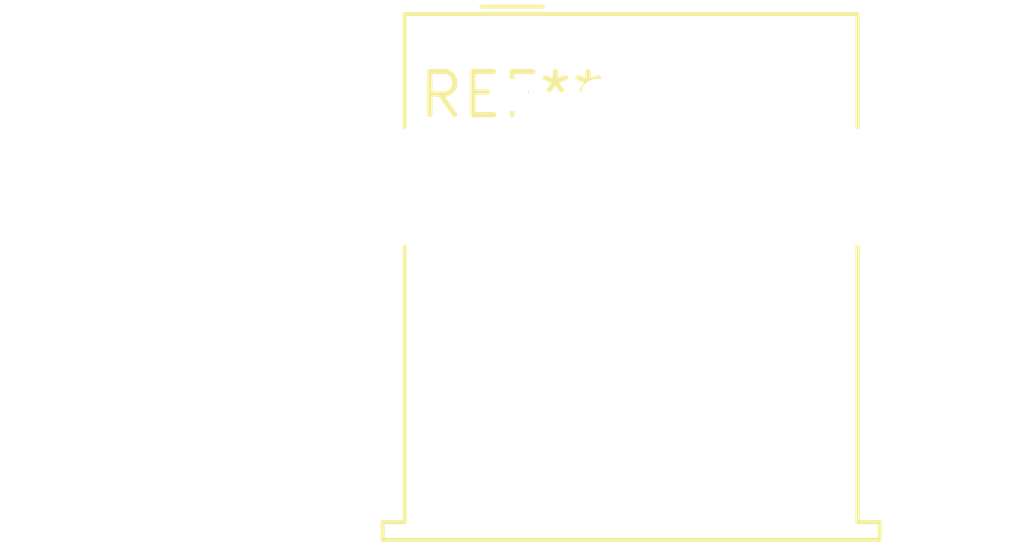
<source format=kicad_pcb>
(kicad_pcb (version 20240108) (generator pcbnew)
  (layers (0 "F.Cu" signal) (31 "B.Cu" signal) (34 "B.Paste" user) (35 "F.Paste" user) (36 "B.SilkS" user "B.Silkscreen") (37 "F.SilkS" user "F.Silkscreen") (38 "B.Mask" user) (39 "F.Mask" user) (44 "Edge.Cuts" user))
  (net 0 "")
  (footprint "USB_A_Molex_67643_Horizontal" (layer "F.Cu") (at 0 0)
    (property "Reference" "REF**")
    (property "Value" "USB_A_Molex_67643_Horizontal")
    (fp_line (start -3.81 12.58) (end -3.81 13.1) (layer "F.SilkS") (stroke (width 0.12)))
    (fp_line (start -3.81 13.1) (end 10.81 13.1) (layer "F.SilkS") (stroke (width 0.12)))
    (fp_line (start -3.16 -2.38) (end -3.16 0.95) (layer "F.SilkS") (stroke (width 0.12)))
    (fp_line (start -3.16 -2.38) (end 10.16 -2.38) (layer "F.SilkS") (stroke (width 0.12)))
    (fp_line (start -3.16 12.58) (end -3.81 12.58) (layer "F.SilkS") (stroke (width 0.12)))
    (fp_line (start -3.16 12.58) (end -3.16 4.47) (layer "F.SilkS") (stroke (width 0.12)))
    (fp_line (start -0.9 -2.6) (end 0.9 -2.6) (layer "F.SilkS") (stroke (width 0.12)))
    (fp_line (start 10.16 -2.38) (end 10.16 0.95) (layer "F.SilkS") (stroke (width 0.12)))
    (fp_line (start 10.16 4.47) (end 10.16 12.58) (layer "F.SilkS") (stroke (width 0.12)))
    (fp_line (start 10.81 12.58) (end 10.16 12.58) (layer "F.SilkS") (stroke (width 0.12)))
    (fp_line (start 10.81 13.1) (end 10.81 12.58) (layer "F.SilkS") (stroke (width 0.12)))
    (pad "1" thru_hole rect (at 0 0) (size 1.6 1.5) (drill 0.95) (layers *.Cu *.Mask) (remove_unused_layers))
    (pad "2" thru_hole circle (at 2.5 0) (size 1.6 1.6) (drill 0.95) (layers *.Cu *.Mask) (remove_unused_layers))
    (pad "3" thru_hole circle (at 4.5 0) (size 1.6 1.6) (drill 0.95) (layers *.Cu *.Mask) (remove_unused_layers))
    (pad "4" thru_hole circle (at 7 0) (size 1.6 1.6) (drill 0.95) (layers *.Cu *.Mask) (remove_unused_layers))
    (pad "5" thru_hole circle (at -3.07 2.71) (size 3 3) (drill 2.3) (layers *.Cu *.Mask) (remove_unused_layers))
    (pad "5" thru_hole circle (at 10.07 2.71) (size 3 3) (drill 2.3) (layers *.Cu *.Mask) (remove_unused_layers))
  )
)
</source>
